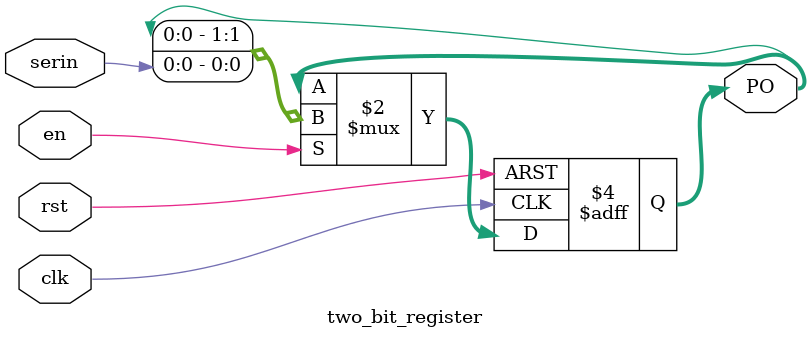
<source format=sv>
module two_bit_register(input clk, rst, serin, en, output logic [1:0] PO);
	always @(posedge clk, posedge rst)begin
		if(rst)
			PO<=2'b00;
		else if(en)
			PO<={PO[0],serin};
	end
endmodule

</source>
